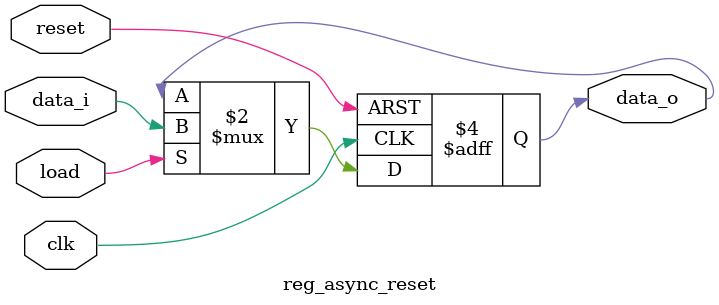
<source format=v>
module reg_async_reset #(
	parameter Size = 1
) (
	input clk,
	input [Size-1:0] data_i,
	input load,
	input reset,
	output reg [Size-1:0] data_o
);
	/*Faz reset na borda de subida do sinal "reset".
	Somente faz load na borda de subida do clk, se load = 1 */
	always @(posedge clk or posedge reset) begin
		if (reset)     data_o <= 1'b0; 
		else if (load) data_o <= data_i;
	end	

endmodule
</source>
